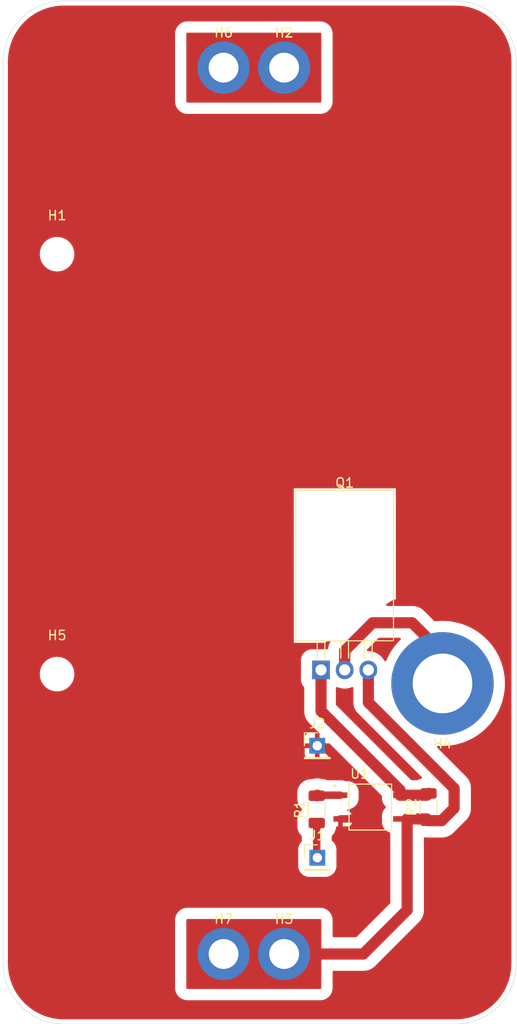
<source format=kicad_pcb>
(kicad_pcb (version 20241229) (generator "pcbnew") (generator_version "9.0")
  (layers (0 "F.Cu" signal) (2 "B.Cu" signal) (13 "F.Paste" user) (15 "B.Paste" user) (5 "F.SilkS" user "F.Silkscreen") (7 "B.SilkS" user "B.Silkscreen") (1 "F.Mask" user) (3 "B.Mask" user) (25 "Edge.Cuts" user))
  (net 0 "")
  (net 1 "Net-(Q1-D)")
  (net 2 "Net-(Q1-S)")
  (net 3 "Net-(J1-Pin_1)")
  (net 4 "Net-(J2-Pin_1)")
  (net 5 "Net-(Q1-G)")
  (net 6 "Net-(R1-Pad2)")
  (net 7 "Net-(H2-Pad1)")
  (footprint "Connector_PinHeader_2.54mm:PinHeader_1x01_P2.54mm_Vertical" (layer "F.Cu") (at 78.555907 102.679211)
    (property "Reference" "J2" (at 0 -2.38 0) (layer "F.SilkS"))
    (property "Value" "Coil-")
    (fp_line (start -1.38 -1.38) (end 0 -1.38) (stroke (width 0.12)) (layer "F.SilkS"))
    (fp_line (start -1.38 0) (end -1.38 -1.38) (stroke (width 0.12)) (layer "F.SilkS"))
    (fp_line (start -1.38 1.27) (end -1.38 1.38) (stroke (width 0.12)) (layer "F.SilkS"))
    (fp_line (start -1.38 1.27) (end 1.38 1.27) (stroke (width 0.12)) (layer "F.SilkS"))
    (fp_line (start -1.38 1.38) (end 1.38 1.38) (stroke (width 0.12)) (layer "F.SilkS"))
    (fp_line (start 1.38 1.27) (end 1.38 1.38) (stroke (width 0.12)) (layer "F.SilkS"))
    (pad "1" thru_hole rect (at 0 0) (size 1.7 1.7) (drill 1) (layers "*.Cu" "*.Mask") (net 4 "Net-(J2-Pin_1)"))
  )
  (footprint "MountingHole:MountingHole_3.2mm_M3_DIN965_Pad" (layer "F.Cu") (at 68.5 125)
    (property "Reference" "H7" (at 0 -3.75 0) (layer "F.SilkS"))
    (property "Value" "ResPrech+")
    (pad "1" thru_hole circle (at 0 0) (size 5.6 5.6) (drill 3.2) (layers "*.Cu" "*.Mask") (net 2 "Net-(Q1-S)"))
  )
  (footprint "Connector_PinHeader_2.54mm:PinHeader_1x01_P2.54mm_Vertical" (layer "F.Cu") (at 78.564151 114.679411)
    (property "Reference" "J1" (at 0 -2.38 0) (layer "F.SilkS"))
    (property "Value" "Coil+")
    (fp_line (start -1.38 -1.38) (end 0 -1.38) (stroke (width 0.12)) (layer "F.SilkS"))
    (fp_line (start -1.38 0) (end -1.38 -1.38) (stroke (width 0.12)) (layer "F.SilkS"))
    (fp_line (start -1.38 1.27) (end -1.38 1.38) (stroke (width 0.12)) (layer "F.SilkS"))
    (fp_line (start -1.38 1.27) (end 1.38 1.27) (stroke (width 0.12)) (layer "F.SilkS"))
    (fp_line (start -1.38 1.38) (end 1.38 1.38) (stroke (width 0.12)) (layer "F.SilkS"))
    (fp_line (start 1.38 1.27) (end 1.38 1.38) (stroke (width 0.12)) (layer "F.SilkS"))
    (pad "1" thru_hole rect (at 0 0) (size 1.7 1.7) (drill 1) (layers "*.Cu" "*.Mask") (net 3 "Net-(J1-Pin_1)"))
  )
  (footprint "MountingHole:MountingHole_6.4mm_M6_DIN965_Pad" (layer "F.Cu") (at 92 96 180)
    (property "Reference" "H4" (at 0 -6.45 180) (layer "F.SilkS"))
    (property "Value" "BATT+")
    (pad "1" thru_hole circle (at 0 0 180) (size 11 11) (drill 6.4) (layers "*.Cu" "*.Mask") (net 1 "Net-(Q1-D)"))
  )
  (footprint "MountingHole:MountingHole_3.2mm_M3" (layer "F.Cu") (at 50.625 49.993961)
    (property "Reference" "H1" (at 0 -4.15 0) (layer "F.SilkS"))
    (property "Value" "ResMount")
    (pad "" np_thru_hole circle (at 0 0) (size 3.2 3.2) (drill 3.2) (layers "*.Cu" "*.Mask"))
  )
  (footprint "MountingHole:MountingHole_3.2mm_M3_DIN965_Pad" (layer "F.Cu") (at 68.5 30)
    (property "Reference" "H6" (at 0 -3.75 0) (layer "F.SilkS"))
    (property "Value" "ResPrech-/CTRL+")
    (pad "1" thru_hole circle (at 0 0) (size 5.6 5.6) (drill 3.2) (layers "*.Cu" "*.Mask") (net 7 "Net-(H2-Pad1)"))
  )
  (footprint "Resistor_SMD:R_1206_3216Metric" (layer "F.Cu") (at 90.5 109.25 90)
    (property "Reference" "R2" (at 0 -1.83 90) (layer "F.SilkS"))
    (property "Value" "1M")
    (fp_line (start -0.727064 -0.91) (end 0.727064 -0.91) (stroke (width 0.12)) (layer "F.SilkS"))
    (fp_line (start -0.727064 0.91) (end 0.727064 0.91) (stroke (width 0.12)) (layer "F.SilkS"))
    (pad "1" smd roundrect (at -1.4625 0 90) (size 1.125 1.75) (layers "F.Cu" "F.Mask" "F.Paste") (roundrect_rratio 0.222222) (net 2 "Net-(Q1-S)"))
    (pad "2" smd roundrect (at 1.4625 0 90) (size 1.125 1.75) (layers "F.Cu" "F.Mask" "F.Paste") (roundrect_rratio 0.222222) (net 5 "Net-(Q1-G)"))
  )
  (footprint "Resistor_SMD:R_1206_3216Metric" (layer "F.Cu") (at 78.5 109.5 90)
    (property "Reference" "R1" (at 0 -1.83 90) (layer "F.SilkS"))
    (property "Value" "1k")
    (fp_line (start -0.727064 -0.91) (end 0.727064 -0.91) (stroke (width 0.12)) (layer "F.SilkS"))
    (fp_line (start -0.727064 0.91) (end 0.727064 0.91) (stroke (width 0.12)) (layer "F.SilkS"))
    (pad "1" smd roundrect (at -1.4625 0 90) (size 1.125 1.75) (layers "F.Cu" "F.Mask" "F.Paste") (roundrect_rratio 0.222222) (net 3 "Net-(J1-Pin_1)"))
    (pad "2" smd roundrect (at 1.4625 0 90) (size 1.125 1.75) (layers "F.Cu" "F.Mask" "F.Paste") (roundrect_rratio 0.222222) (net 6 "Net-(R1-Pad2)"))
  )
  (footprint "SOIC254P695X242-4N:SOIC254P695X242-4N" (layer "F.Cu") (at 84.25 109.25)
    (property "Reference" "U1" (at -1.143945 -3.558985 0) (layer "F.SilkS") (effects (font (size 1.000843 1.000843))))
    (property "Value" "VOM1271T")
    (fp_line (start -2.285 -2.46) (end 2.285 -2.46) (stroke (width 0.127)) (layer "F.SilkS"))
    (fp_line (start -2.285 2.46) (end -2.285 -2.46) (stroke (width 0.127)) (layer "F.SilkS"))
    (fp_line (start 2.285 -2.46) (end 2.285 2.46) (stroke (width 0.127)) (layer "F.SilkS"))
    (fp_line (start 2.285 2.46) (end -2.285 2.46) (stroke (width 0.127)) (layer "F.SilkS"))
    (fp_circle (center -3.826 -2.27) (end -3.699 -2.27) (stroke (width 0.127)) (fill no) (layer "F.SilkS"))
    (pad "1" smd rect (at -3.205 -1.27) (size 1.5 0.6) (layers "F.Cu" "F.Mask" "F.Paste") (net 6 "Net-(R1-Pad2)"))
    (pad "2" smd rect (at -3.205 1.27) (size 1.5 0.6) (layers "F.Cu" "F.Mask" "F.Paste") (net 4 "Net-(J2-Pin_1)"))
    (pad "3" smd rect (at 3.205 1.27) (size 1.5 0.6) (layers "F.Cu" "F.Mask" "F.Paste") (net 2 "Net-(Q1-S)"))
    (pad "4" smd rect (at 3.205 -1.27) (size 1.5 0.6) (layers "F.Cu" "F.Mask" "F.Paste") (net 5 "Net-(Q1-G)"))
  )
  (footprint "MountingHole:MountingHole_3.2mm_M3_DIN965_Pad" (layer "F.Cu") (at 75 125)
    (property "Reference" "H3" (at 0 -3.75 0) (layer "F.SilkS"))
    (property "Value" "ResPrech+")
    (pad "1" thru_hole circle (at 0 0) (size 5.6 5.6) (drill 3.2) (layers "*.Cu" "*.Mask") (net 2 "Net-(Q1-S)"))
  )
  (footprint "MountingHole:MountingHole_3.2mm_M3_DIN965_Pad" (layer "F.Cu") (at 75 30)
    (property "Reference" "H2" (at 0 -3.75 0) (layer "F.SilkS"))
    (property "Value" "ResPrech-/CTRL+")
    (pad "1" thru_hole circle (at 0 0) (size 5.6 5.6) (drill 3.2) (layers "*.Cu" "*.Mask") (net 7 "Net-(H2-Pad1)"))
  )
  (footprint "Package_TO_SOT_THT:TO-220F-3_Horizontal_TabDown" (layer "F.Cu") (at 78.96 94.55)
    (property "Reference" "Q1" (at 2.54 -20.05 0) (layer "F.SilkS"))
    (property "Value" "IRF540N")
    (fp_line (start -2.7 -19.21) (end 7.78 -19.21) (stroke (width 0.12)) (layer "F.SilkS"))
    (fp_line (start -2.7 -3.12) (end -2.7 -19.21) (stroke (width 0.12)) (layer "F.SilkS"))
    (fp_line (start -2.7 -3.12) (end 7.78 -3.12) (stroke (width 0.12)) (layer "F.SilkS"))
    (fp_line (start -0.41 -3.12) (end -0.41 -1.26) (stroke (width 0.12)) (layer "F.SilkS"))
    (fp_line (start 0.41 -3.12) (end 0.41 -1.26) (stroke (width 0.12)) (layer "F.SilkS"))
    (fp_line (start 2.13 -3.12) (end 2.13 -1.26) (stroke (width 0.12)) (layer "F.SilkS"))
    (fp_line (start 2.95 -3.12) (end 2.95 -1.26) (stroke (width 0.12)) (layer "F.SilkS"))
    (fp_line (start 4.67 -3.12) (end 4.67 -1.26) (stroke (width 0.12)) (layer "F.SilkS"))
    (fp_line (start 5.49 -3.12) (end 5.49 -1.26) (stroke (width 0.12)) (layer "F.SilkS"))
    (fp_line (start 7.78 -3.12) (end 7.78 -19.21) (stroke (width 0.12)) (layer "F.SilkS"))
    (pad "" np_thru_hole circle (at 2.54 -15.8) (size 3.5 3.5) (drill 3.5) (layers "*.Cu" "*.Mask"))
    (pad "1" thru_hole rect (at 0 0) (size 1.905 2) (drill 1.2) (layers "*.Cu" "*.Mask") (net 5 "Net-(Q1-G)"))
    (pad "2" thru_hole oval (at 2.54 0) (size 1.905 2) (drill 1.2) (layers "*.Cu" "*.Mask") (net 1 "Net-(Q1-D)"))
    (pad "3" thru_hole oval (at 5.08 0) (size 1.905 2) (drill 1.2) (layers "*.Cu" "*.Mask") (net 2 "Net-(Q1-S)"))
  )
  (footprint "MountingHole:MountingHole_3.2mm_M3" (layer "F.Cu") (at 50.625 95)
    (property "Reference" "H5" (at 0 -4.15 0) (layer "F.SilkS"))
    (property "Value" "ResMount")
    (pad "" np_thru_hole circle (at 0 0) (size 3.2 3.2) (drill 3.2) (layers "*.Cu" "*.Mask"))
  )
  (gr_arc (start 51.346194 132.5) (mid 46.75 130.596194) (end 44.846194 126) (stroke (width 0.05)) (layer "Edge.Cuts"))
  (gr_line (start 51.346194 22.846194) (end 93.403806 22.846194) (stroke (width 0.05)) (layer "Edge.Cuts"))
  (gr_line (start 44.846194 29.346194) (end 44.846194 126) (stroke (width 0.05)) (layer "Edge.Cuts"))
  (gr_arc (start 93.403806 22.846194) (mid 98 24.75) (end 99.903806 29.346194) (stroke (width 0.05)) (layer "Edge.Cuts"))
  (gr_arc (start 44.846194 29.346194) (mid 46.75 24.75) (end 51.346194 22.846194) (stroke (width 0.05)) (layer "Edge.Cuts"))
  (gr_line (start 99.903806 126) (end 99.903806 29.346194) (stroke (width 0.05)) (layer "Edge.Cuts"))
  (gr_arc (start 99.903806 126) (mid 98 130.596194) (end 93.403806 132.5) (stroke (width 0.05)) (layer "Edge.Cuts"))
  (gr_line (start 51.346194 132.5) (end 93.403806 132.5) (stroke (width 0.05)) (layer "Edge.Cuts"))
  (segment (start 81.5 92.5) (end 81.5 94.55) (width 1.2) (layer "F.Cu") (net 1))
  (segment (start 84.5 89.5) (end 81.5 92.5) (width 1.2) (layer "F.Cu") (net 1))
  (segment (start 88.75 89.5) (end 84.5 89.5) (width 1.2) (layer "F.Cu") (net 1))
  (segment (start 92 92.75) (end 88.75 89.5) (width 1.2) (layer "F.Cu") (net 1))
  (segment (start 92 96) (end 92 92.75) (width 1.2) (layer "F.Cu") (net 1))
  (segment (start 93.25 109.375) (end 93.25 107.25) (width 1.2) (layer "F.Cu") (net 2))
  (segment (start 83.5 125) (end 88.205 120.295) (width 1.2) (layer "F.Cu") (net 2))
  (segment (start 88.205 110.52) (end 90.3075 110.52) (width 1.2) (layer "F.Cu") (net 2))
  (segment (start 90.3075 110.52) (end 90.5 110.7125) (width 1.2) (layer "F.Cu") (net 2))
  (segment (start 68.5 125) (end 75 125) (width 1.2) (layer "F.Cu") (net 2))
  (segment (start 75.25 125) (end 75.29 125.04) (width 1.2) (layer "F.Cu") (net 2))
  (segment (start 75 125) (end 75.25 125) (width 1.2) (layer "F.Cu") (net 2))
  (segment (start 88.205 120.295) (end 88.205 110.52) (width 1.2) (layer "F.Cu") (net 2))
  (segment (start 93.25 107.25) (end 84.04 98.04) (width 1.2) (layer "F.Cu") (net 2))
  (segment (start 75 125) (end 83.5 125) (width 1.2) (layer "F.Cu") (net 2))
  (segment (start 90.5 110.7125) (end 91.9125 110.7125) (width 1.2) (layer "F.Cu") (net 2))
  (segment (start 84.04 98.04) (end 84.04 94.55) (width 1.2) (layer "F.Cu") (net 2))
  (segment (start 91.9125 110.7125) (end 93.25 109.375) (width 1.2) (layer "F.Cu") (net 2))
  (segment (start 78.5 110.9625) (end 78.5 114.61526) (width 0.8) (layer "F.Cu") (net 3))
  (segment (start 78.5 114.61526) (end 78.564151 114.679411) (width 1.2) (layer "F.Cu") (net 3))
  (segment (start 83.5 107) (end 83.5 109.25) (width 0.8) (layer "F.Cu") (net 4))
  (segment (start 78.555907 102.679211) (end 79.179211 102.679211) (width 0.8) (layer "F.Cu") (net 4))
  (segment (start 82.23 110.52) (end 81.045 110.52) (width 0.8) (layer "F.Cu") (net 4))
  (segment (start 83.5 109.25) (end 82.23 110.52) (width 0.8) (layer "F.Cu") (net 4))
  (segment (start 79.179211 102.679211) (end 83.5 107) (width 0.8) (layer "F.Cu") (net 4))
  (segment (start 78.96 94.55) (end 78.96 98.96) (width 1.2) (layer "F.Cu") (net 5))
  (segment (start 90.3075 107.98) (end 90.5 107.7875) (width 1.2) (layer "F.Cu") (net 5))
  (segment (start 78.96 98.96) (end 87.455 107.455) (width 1.2) (layer "F.Cu") (net 5))
  (segment (start 87.455 107.455) (end 87.455 107.98) (width 1.2) (layer "F.Cu") (net 5))
  (segment (start 87.455 107.98) (end 90.3075 107.98) (width 1.2) (layer "F.Cu") (net 5))
  (segment (start 78.5575 107.98) (end 78.5 108.0375) (width 1.2) (layer "F.Cu") (net 6))
  (segment (start 81.045 107.98) (end 78.5575 107.98) (width 0.8) (layer "F.Cu") (net 6))
  (segment (start 68.5 30) (end 75 30) (width 1.2) (layer "F.Cu") (net 7))
  (zone (net 4) (net_name "Net-(J2-Pin_1)") (layer "F.Cu") (priority 1) (connect_pads (clearance 1)) (min_thickness 0.25) (fill yes (thermal_gap 0.5) (thermal_bridge_width 0.5))
    (polygon (pts (xy 79 99) (xy 78.96 95.8) (xy 82.25 95.75) (xy 92.126843 105.5) (xy 92.126843 109) (xy 90.876843 110.25) (xy 86.876843 110.25) (xy 86.876843 106.50469)))
  )
  (zone (net 4) (net_name "Net-(J2-Pin_1)") (layer "F.Cu") (connect_pads (clearance 1.2)) (min_thickness 0.25) (fill yes (thermal_gap 0.5) (thermal_bridge_width 0.5))
    (polygon (pts (xy 100 132.5) (xy 100 22.75) (xy 44.5 22.75) (xy 44.5 132.5)))
  )
  (zone (net 7) (net_name "Net-(H2-Pad1)") (layer "F.Cu") (priority 3) (connect_pads (clearance 1)) (min_thickness 0.25) (fill yes (thermal_gap 0.5) (thermal_bridge_width 0.5))
    (polygon (pts (xy 64.5 26.25) (xy 64.5 33.75) (xy 79 33.75) (xy 79 26.25)))
  )
  (zone (net 0) (net_name "") (layer "F.Cu") (connect_pads (clearance 0)) (min_thickness 0.25)
    (keepout (tracks allowed) (vias not_allowed) (pads not_allowed) (copperpour not_allowed) (footprints allowed))
    (fill (thermal_gap 0.5) (thermal_bridge_width 0.5))
    (polygon (pts (xy 79.398817 91.64018) (xy 76.040391 91.64018) (xy 76.03178 75.09) (xy 86.989786 75.09) (xy 87 87) (xy 86.75 87)))
  )
  (zone (net 4) (net_name "Net-(J2-Pin_1)") (layer "F.Cu") (priority 2) (connect_pads (clearance 1)) (min_thickness 0.25) (fill yes (thermal_gap 0.5) (thermal_bridge_width 0.5))
    (polygon (pts (xy 82.25 94.25) (xy 82.25 92) (xy 84.25 90) (xy 88 90) (xy 90 92) (xy 90 103) (xy 82.25 95.25)))
  )
  (zone (net 2) (net_name "Net-(Q1-S)") (layer "F.Cu") (priority 3) (connect_pads (clearance 1)) (min_thickness 0.25) (fill yes (thermal_gap 0.5) (thermal_bridge_width 0.5))
    (polygon (pts (xy 64.5 121.25) (xy 64.5 128.75) (xy 79 128.75) (xy 79 121.25)))
  )
)
</source>
